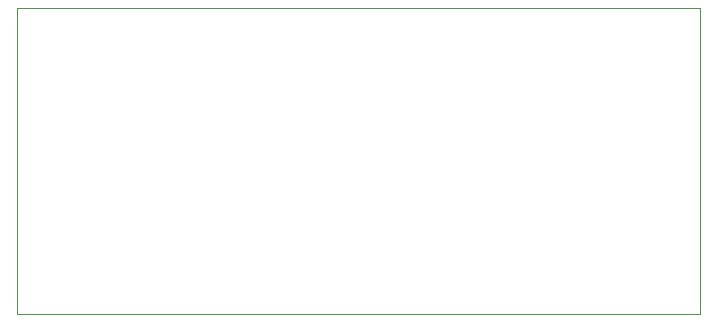
<source format=gbr>
%TF.GenerationSoftware,KiCad,Pcbnew,8.0.0*%
%TF.CreationDate,2024-12-31T13:39:28+02:00*%
%TF.ProjectId,Entry,456e7472-792e-46b6-9963-61645f706362,rev?*%
%TF.SameCoordinates,Original*%
%TF.FileFunction,Profile,NP*%
%FSLAX46Y46*%
G04 Gerber Fmt 4.6, Leading zero omitted, Abs format (unit mm)*
G04 Created by KiCad (PCBNEW 8.0.0) date 2024-12-31 13:39:28*
%MOMM*%
%LPD*%
G01*
G04 APERTURE LIST*
%TA.AperFunction,Profile*%
%ADD10C,0.050000*%
%TD*%
G04 APERTURE END LIST*
D10*
X24450000Y-65690000D02*
X82220000Y-65690000D01*
X82220000Y-91620000D01*
X24450000Y-91620000D01*
X24450000Y-65690000D01*
M02*

</source>
